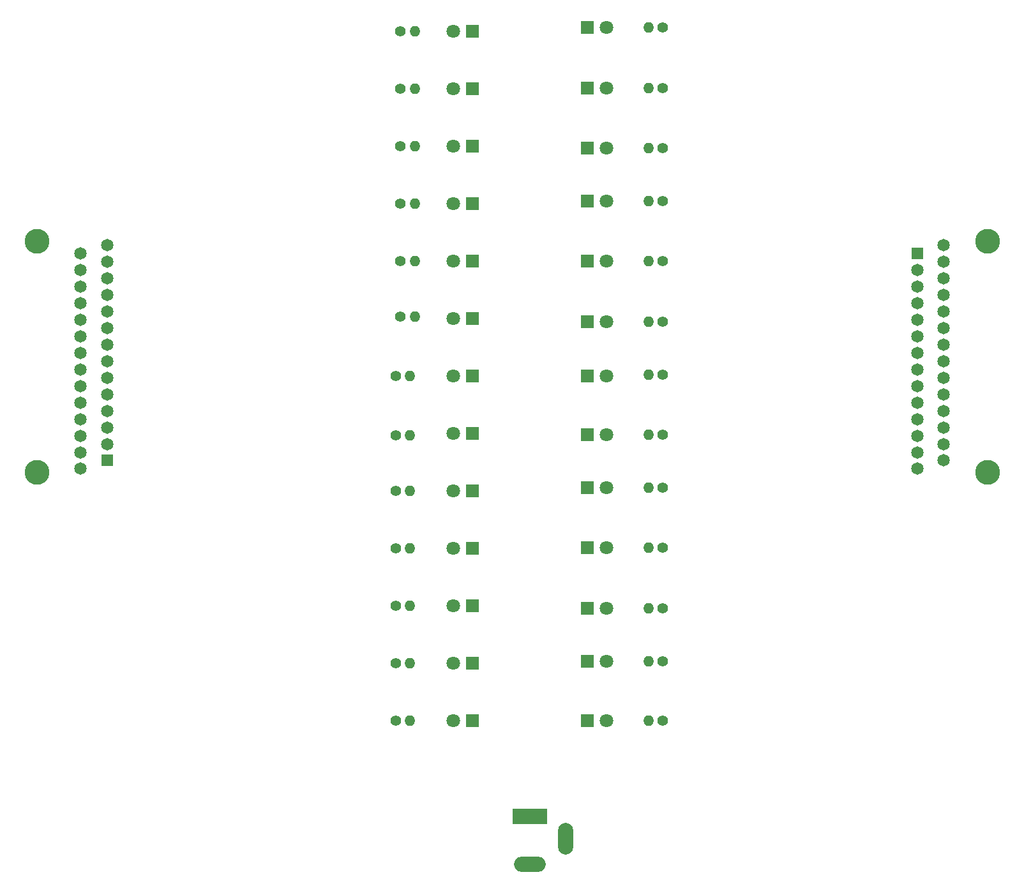
<source format=gbr>
%TF.GenerationSoftware,KiCad,Pcbnew,7.0.7*%
%TF.CreationDate,2023-08-22T14:12:51-05:00*%
%TF.ProjectId,O2 thermistor cable,4f322074-6865-4726-9d69-73746f722063,0*%
%TF.SameCoordinates,Original*%
%TF.FileFunction,Soldermask,Bot*%
%TF.FilePolarity,Negative*%
%FSLAX46Y46*%
G04 Gerber Fmt 4.6, Leading zero omitted, Abs format (unit mm)*
G04 Created by KiCad (PCBNEW 7.0.7) date 2023-08-22 14:12:51*
%MOMM*%
%LPD*%
G01*
G04 APERTURE LIST*
%ADD10R,4.600000X2.000000*%
%ADD11O,4.200000X2.000000*%
%ADD12O,2.000000X4.200000*%
%ADD13R,1.800000X1.800000*%
%ADD14C,1.800000*%
%ADD15C,1.400000*%
%ADD16O,1.400000X1.400000*%
%ADD17C,3.300000*%
%ADD18R,1.650000X1.650000*%
%ADD19C,1.650000*%
G04 APERTURE END LIST*
D10*
%TO.C,J3*%
X119350000Y-134650000D03*
D11*
X119350000Y-140950000D03*
D12*
X124150000Y-137550000D03*
%TD*%
D13*
%TO.C,D26*%
X127000000Y-30000000D03*
D14*
X129540000Y-30000000D03*
%TD*%
D15*
%TO.C,R6*%
X101600000Y-84070000D03*
D16*
X103500000Y-84070000D03*
%TD*%
D15*
%TO.C,R19*%
X137000000Y-84000000D03*
D16*
X135100000Y-84000000D03*
%TD*%
D13*
%TO.C,D24*%
X127000000Y-46000000D03*
D14*
X129540000Y-46000000D03*
%TD*%
D13*
%TO.C,D11*%
X111760000Y-45720000D03*
D14*
X109220000Y-45720000D03*
%TD*%
D13*
%TO.C,D3*%
X111760000Y-106680000D03*
D14*
X109220000Y-106680000D03*
%TD*%
D17*
%TO.C,J2*%
X54000000Y-58310000D03*
X54000000Y-89010000D03*
D18*
X63300000Y-87410000D03*
D19*
X63300000Y-85210000D03*
X63300000Y-83010000D03*
X63300000Y-80810000D03*
X63300000Y-78610000D03*
X63300000Y-76410000D03*
X63300000Y-74210000D03*
X63300000Y-72010000D03*
X63300000Y-69810000D03*
X63300000Y-67610000D03*
X63300000Y-65410000D03*
X63300000Y-63210000D03*
X63300000Y-61010000D03*
X63300000Y-58810000D03*
X59800000Y-88510000D03*
X59800000Y-86310000D03*
X59800000Y-84110000D03*
X59800000Y-81910000D03*
X59800000Y-79710000D03*
X59800000Y-77510000D03*
X59800000Y-75310000D03*
X59800000Y-73110000D03*
X59800000Y-70910000D03*
X59800000Y-68710000D03*
X59800000Y-66510000D03*
X59800000Y-64310000D03*
X59800000Y-62110000D03*
X59800000Y-59910000D03*
%TD*%
D13*
%TO.C,D12*%
X111760000Y-38100000D03*
D14*
X109220000Y-38100000D03*
%TD*%
D15*
%TO.C,R1*%
X101600000Y-121920000D03*
D16*
X103500000Y-121920000D03*
%TD*%
D13*
%TO.C,D8*%
X111760000Y-68580000D03*
D14*
X109220000Y-68580000D03*
%TD*%
D13*
%TO.C,D4*%
X111760000Y-99060000D03*
D14*
X109220000Y-99060000D03*
%TD*%
D15*
%TO.C,R18*%
X137000000Y-91000000D03*
D16*
X135100000Y-91000000D03*
%TD*%
D15*
%TO.C,R10*%
X102240000Y-53340000D03*
D16*
X104140000Y-53340000D03*
%TD*%
D13*
%TO.C,D1*%
X111760000Y-121920000D03*
D14*
X109220000Y-121920000D03*
%TD*%
D13*
%TO.C,D6*%
X111760000Y-83820000D03*
D14*
X109220000Y-83820000D03*
%TD*%
D13*
%TO.C,D5*%
X111760000Y-91440000D03*
D14*
X109220000Y-91440000D03*
%TD*%
D13*
%TO.C,D10*%
X111760000Y-53340000D03*
D14*
X109220000Y-53340000D03*
%TD*%
D13*
%TO.C,D18*%
X127000000Y-91000000D03*
D14*
X129540000Y-91000000D03*
%TD*%
D13*
%TO.C,D17*%
X127000000Y-99000000D03*
D14*
X129540000Y-99000000D03*
%TD*%
D15*
%TO.C,R25*%
X137000000Y-38000000D03*
D16*
X135100000Y-38000000D03*
%TD*%
D15*
%TO.C,R23*%
X137000000Y-53000000D03*
D16*
X135100000Y-53000000D03*
%TD*%
D15*
%TO.C,R3*%
X101600000Y-106680000D03*
D16*
X103500000Y-106680000D03*
%TD*%
D13*
%TO.C,D22*%
X127000000Y-60960000D03*
D14*
X129540000Y-60960000D03*
%TD*%
D15*
%TO.C,R13*%
X102240000Y-30480000D03*
D16*
X104140000Y-30480000D03*
%TD*%
D15*
%TO.C,R4*%
X101600000Y-99060000D03*
D16*
X103500000Y-99060000D03*
%TD*%
D13*
%TO.C,D14*%
X127000000Y-121920000D03*
D14*
X129540000Y-121920000D03*
%TD*%
D13*
%TO.C,D7*%
X111760000Y-76200000D03*
D14*
X109220000Y-76200000D03*
%TD*%
D17*
%TO.C,J1*%
X180062500Y-89010000D03*
X180062500Y-58310000D03*
D18*
X170762500Y-59910000D03*
D19*
X170762500Y-62110000D03*
X170762500Y-64310000D03*
X170762500Y-66510000D03*
X170762500Y-68710000D03*
X170762500Y-70910000D03*
X170762500Y-73110000D03*
X170762500Y-75310000D03*
X170762500Y-77510000D03*
X170762500Y-79710000D03*
X170762500Y-81910000D03*
X170762500Y-84110000D03*
X170762500Y-86310000D03*
X170762500Y-88510000D03*
X174262500Y-58810000D03*
X174262500Y-61010000D03*
X174262500Y-63210000D03*
X174262500Y-65410000D03*
X174262500Y-67610000D03*
X174262500Y-69810000D03*
X174262500Y-72010000D03*
X174262500Y-74210000D03*
X174262500Y-76410000D03*
X174262500Y-78610000D03*
X174262500Y-80810000D03*
X174262500Y-83010000D03*
X174262500Y-85210000D03*
X174262500Y-87410000D03*
%TD*%
D13*
%TO.C,D25*%
X127000000Y-38000000D03*
D14*
X129540000Y-38000000D03*
%TD*%
D13*
%TO.C,D21*%
X127000000Y-69000000D03*
D14*
X129540000Y-69000000D03*
%TD*%
D15*
%TO.C,R15*%
X137000000Y-114000000D03*
D16*
X135100000Y-114000000D03*
%TD*%
D15*
%TO.C,R17*%
X137000000Y-99000000D03*
D16*
X135100000Y-99000000D03*
%TD*%
D15*
%TO.C,R12*%
X102240000Y-38100000D03*
D16*
X104140000Y-38100000D03*
%TD*%
D13*
%TO.C,D2*%
X111760000Y-114300000D03*
D14*
X109220000Y-114300000D03*
%TD*%
D13*
%TO.C,D15*%
X127000000Y-114000000D03*
D14*
X129540000Y-114000000D03*
%TD*%
D15*
%TO.C,R21*%
X137000000Y-69000000D03*
D16*
X135100000Y-69000000D03*
%TD*%
D13*
%TO.C,D20*%
X127000000Y-76200000D03*
D14*
X129540000Y-76200000D03*
%TD*%
D15*
%TO.C,R16*%
X137000000Y-107000000D03*
D16*
X135100000Y-107000000D03*
%TD*%
D13*
%TO.C,D19*%
X127000000Y-84000000D03*
D14*
X129540000Y-84000000D03*
%TD*%
D15*
%TO.C,R5*%
X101600000Y-91440000D03*
D16*
X103500000Y-91440000D03*
%TD*%
D15*
%TO.C,R20*%
X137000000Y-76000000D03*
D16*
X135100000Y-76000000D03*
%TD*%
D15*
%TO.C,R22*%
X137000000Y-60960000D03*
D16*
X135100000Y-60960000D03*
%TD*%
D15*
%TO.C,R26*%
X137000000Y-30000000D03*
D16*
X135100000Y-30000000D03*
%TD*%
D15*
%TO.C,R7*%
X101600000Y-76200000D03*
D16*
X103500000Y-76200000D03*
%TD*%
D13*
%TO.C,D23*%
X127000000Y-53000000D03*
D14*
X129540000Y-53000000D03*
%TD*%
D15*
%TO.C,R11*%
X102240000Y-45720000D03*
D16*
X104140000Y-45720000D03*
%TD*%
D15*
%TO.C,R2*%
X101600000Y-114300000D03*
D16*
X103500000Y-114300000D03*
%TD*%
D15*
%TO.C,R9*%
X102240000Y-60960000D03*
D16*
X104140000Y-60960000D03*
%TD*%
D15*
%TO.C,R24*%
X137000000Y-46000000D03*
D16*
X135100000Y-46000000D03*
%TD*%
D13*
%TO.C,D9*%
X111760000Y-60960000D03*
D14*
X109220000Y-60960000D03*
%TD*%
D13*
%TO.C,D13*%
X111760000Y-30480000D03*
D14*
X109220000Y-30480000D03*
%TD*%
D13*
%TO.C,D16*%
X127000000Y-107000000D03*
D14*
X129540000Y-107000000D03*
%TD*%
D15*
%TO.C,R8*%
X102240000Y-68320000D03*
D16*
X104140000Y-68320000D03*
%TD*%
D15*
%TO.C,R14*%
X137000000Y-121920000D03*
D16*
X135100000Y-121920000D03*
%TD*%
M02*

</source>
